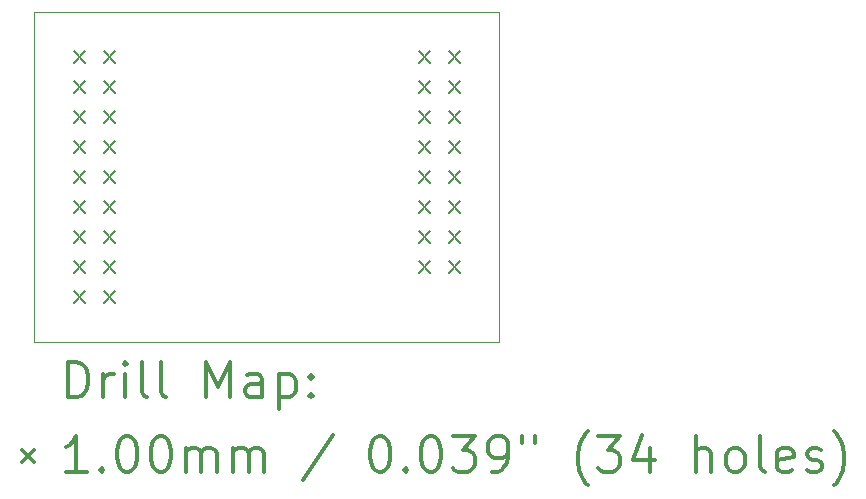
<source format=gbr>
%FSLAX45Y45*%
G04 Gerber Fmt 4.5, Leading zero omitted, Abs format (unit mm)*
G04 Created by KiCad (PCBNEW (5.1.9-0-10_14)) date 2021-05-15 14:26:18*
%MOMM*%
%LPD*%
G01*
G04 APERTURE LIST*
%TA.AperFunction,Profile*%
%ADD10C,0.038100*%
%TD*%
%ADD11C,0.200000*%
%ADD12C,0.300000*%
G04 APERTURE END LIST*
D10*
X-2540000Y-381000D02*
X-2540000Y2413000D01*
X1397000Y-381000D02*
X-2540000Y-381000D01*
X1397000Y2413000D02*
X1397000Y-381000D01*
X-2540000Y2413000D02*
X1397000Y2413000D01*
D11*
X-2209000Y2082000D02*
X-2109000Y1982000D01*
X-2109000Y2082000D02*
X-2209000Y1982000D01*
X-2209000Y1828000D02*
X-2109000Y1728000D01*
X-2109000Y1828000D02*
X-2209000Y1728000D01*
X-2209000Y1574000D02*
X-2109000Y1474000D01*
X-2109000Y1574000D02*
X-2209000Y1474000D01*
X-2209000Y1320000D02*
X-2109000Y1220000D01*
X-2109000Y1320000D02*
X-2209000Y1220000D01*
X-2209000Y1066000D02*
X-2109000Y966000D01*
X-2109000Y1066000D02*
X-2209000Y966000D01*
X-2209000Y812000D02*
X-2109000Y712000D01*
X-2109000Y812000D02*
X-2209000Y712000D01*
X-2209000Y558000D02*
X-2109000Y458000D01*
X-2109000Y558000D02*
X-2209000Y458000D01*
X-2209000Y304000D02*
X-2109000Y204000D01*
X-2109000Y304000D02*
X-2209000Y204000D01*
X-2209000Y50000D02*
X-2109000Y-50000D01*
X-2109000Y50000D02*
X-2209000Y-50000D01*
X-1955000Y2082000D02*
X-1855000Y1982000D01*
X-1855000Y2082000D02*
X-1955000Y1982000D01*
X-1955000Y1828000D02*
X-1855000Y1728000D01*
X-1855000Y1828000D02*
X-1955000Y1728000D01*
X-1955000Y1574000D02*
X-1855000Y1474000D01*
X-1855000Y1574000D02*
X-1955000Y1474000D01*
X-1955000Y1320000D02*
X-1855000Y1220000D01*
X-1855000Y1320000D02*
X-1955000Y1220000D01*
X-1955000Y1066000D02*
X-1855000Y966000D01*
X-1855000Y1066000D02*
X-1955000Y966000D01*
X-1955000Y812000D02*
X-1855000Y712000D01*
X-1855000Y812000D02*
X-1955000Y712000D01*
X-1955000Y558000D02*
X-1855000Y458000D01*
X-1855000Y558000D02*
X-1955000Y458000D01*
X-1955000Y304000D02*
X-1855000Y204000D01*
X-1855000Y304000D02*
X-1955000Y204000D01*
X-1955000Y50000D02*
X-1855000Y-50000D01*
X-1855000Y50000D02*
X-1955000Y-50000D01*
X712000Y2082000D02*
X812000Y1982000D01*
X812000Y2082000D02*
X712000Y1982000D01*
X712000Y1828000D02*
X812000Y1728000D01*
X812000Y1828000D02*
X712000Y1728000D01*
X712000Y1574000D02*
X812000Y1474000D01*
X812000Y1574000D02*
X712000Y1474000D01*
X712000Y1320000D02*
X812000Y1220000D01*
X812000Y1320000D02*
X712000Y1220000D01*
X712000Y1066000D02*
X812000Y966000D01*
X812000Y1066000D02*
X712000Y966000D01*
X712000Y812000D02*
X812000Y712000D01*
X812000Y812000D02*
X712000Y712000D01*
X712000Y558000D02*
X812000Y458000D01*
X812000Y558000D02*
X712000Y458000D01*
X712000Y304000D02*
X812000Y204000D01*
X812000Y304000D02*
X712000Y204000D01*
X966000Y2082000D02*
X1066000Y1982000D01*
X1066000Y2082000D02*
X966000Y1982000D01*
X966000Y1828000D02*
X1066000Y1728000D01*
X1066000Y1828000D02*
X966000Y1728000D01*
X966000Y1574000D02*
X1066000Y1474000D01*
X1066000Y1574000D02*
X966000Y1474000D01*
X966000Y1320000D02*
X1066000Y1220000D01*
X1066000Y1320000D02*
X966000Y1220000D01*
X966000Y1066000D02*
X1066000Y966000D01*
X1066000Y1066000D02*
X966000Y966000D01*
X966000Y812000D02*
X1066000Y712000D01*
X1066000Y812000D02*
X966000Y712000D01*
X966000Y558000D02*
X1066000Y458000D01*
X1066000Y558000D02*
X966000Y458000D01*
X966000Y304000D02*
X1066000Y204000D01*
X1066000Y304000D02*
X966000Y204000D01*
D12*
X-2255477Y-848619D02*
X-2255477Y-548619D01*
X-2184048Y-548619D01*
X-2141191Y-562905D01*
X-2112619Y-591477D01*
X-2098334Y-620048D01*
X-2084048Y-677191D01*
X-2084048Y-720048D01*
X-2098334Y-777191D01*
X-2112619Y-805762D01*
X-2141191Y-834334D01*
X-2184048Y-848619D01*
X-2255477Y-848619D01*
X-1955476Y-848619D02*
X-1955476Y-648619D01*
X-1955476Y-705762D02*
X-1941191Y-677191D01*
X-1926905Y-662905D01*
X-1898334Y-648619D01*
X-1869762Y-648619D01*
X-1769762Y-848619D02*
X-1769762Y-648619D01*
X-1769762Y-548619D02*
X-1784048Y-562905D01*
X-1769762Y-577191D01*
X-1755476Y-562905D01*
X-1769762Y-548619D01*
X-1769762Y-577191D01*
X-1584048Y-848619D02*
X-1612619Y-834334D01*
X-1626905Y-805762D01*
X-1626905Y-548619D01*
X-1426905Y-848619D02*
X-1455476Y-834334D01*
X-1469762Y-805762D01*
X-1469762Y-548619D01*
X-1084048Y-848619D02*
X-1084048Y-548619D01*
X-984048Y-762905D01*
X-884048Y-548619D01*
X-884048Y-848619D01*
X-612619Y-848619D02*
X-612619Y-691477D01*
X-626905Y-662905D01*
X-655477Y-648619D01*
X-712619Y-648619D01*
X-741191Y-662905D01*
X-612619Y-834334D02*
X-641191Y-848619D01*
X-712619Y-848619D01*
X-741191Y-834334D01*
X-755476Y-805762D01*
X-755476Y-777191D01*
X-741191Y-748619D01*
X-712619Y-734334D01*
X-641191Y-734334D01*
X-612619Y-720048D01*
X-469762Y-648619D02*
X-469762Y-948619D01*
X-469762Y-662905D02*
X-441191Y-648619D01*
X-384048Y-648619D01*
X-355476Y-662905D01*
X-341191Y-677191D01*
X-326905Y-705762D01*
X-326905Y-791476D01*
X-341191Y-820048D01*
X-355476Y-834334D01*
X-384048Y-848619D01*
X-441191Y-848619D01*
X-469762Y-834334D01*
X-198334Y-820048D02*
X-184048Y-834334D01*
X-198334Y-848619D01*
X-212619Y-834334D01*
X-198334Y-820048D01*
X-198334Y-848619D01*
X-198334Y-662905D02*
X-184048Y-677191D01*
X-198334Y-691477D01*
X-212619Y-677191D01*
X-198334Y-662905D01*
X-198334Y-691477D01*
X-2641905Y-1292905D02*
X-2541905Y-1392905D01*
X-2541905Y-1292905D02*
X-2641905Y-1392905D01*
X-2098334Y-1478619D02*
X-2269762Y-1478619D01*
X-2184048Y-1478619D02*
X-2184048Y-1178619D01*
X-2212619Y-1221477D01*
X-2241191Y-1250048D01*
X-2269762Y-1264334D01*
X-1969762Y-1450048D02*
X-1955476Y-1464334D01*
X-1969762Y-1478619D01*
X-1984048Y-1464334D01*
X-1969762Y-1450048D01*
X-1969762Y-1478619D01*
X-1769762Y-1178619D02*
X-1741191Y-1178619D01*
X-1712619Y-1192905D01*
X-1698334Y-1207191D01*
X-1684048Y-1235762D01*
X-1669762Y-1292905D01*
X-1669762Y-1364334D01*
X-1684048Y-1421476D01*
X-1698334Y-1450048D01*
X-1712619Y-1464334D01*
X-1741191Y-1478619D01*
X-1769762Y-1478619D01*
X-1798334Y-1464334D01*
X-1812619Y-1450048D01*
X-1826905Y-1421476D01*
X-1841191Y-1364334D01*
X-1841191Y-1292905D01*
X-1826905Y-1235762D01*
X-1812619Y-1207191D01*
X-1798334Y-1192905D01*
X-1769762Y-1178619D01*
X-1484048Y-1178619D02*
X-1455476Y-1178619D01*
X-1426905Y-1192905D01*
X-1412619Y-1207191D01*
X-1398334Y-1235762D01*
X-1384048Y-1292905D01*
X-1384048Y-1364334D01*
X-1398334Y-1421476D01*
X-1412619Y-1450048D01*
X-1426905Y-1464334D01*
X-1455476Y-1478619D01*
X-1484048Y-1478619D01*
X-1512619Y-1464334D01*
X-1526905Y-1450048D01*
X-1541191Y-1421476D01*
X-1555476Y-1364334D01*
X-1555476Y-1292905D01*
X-1541191Y-1235762D01*
X-1526905Y-1207191D01*
X-1512619Y-1192905D01*
X-1484048Y-1178619D01*
X-1255477Y-1478619D02*
X-1255477Y-1278619D01*
X-1255477Y-1307191D02*
X-1241191Y-1292905D01*
X-1212619Y-1278619D01*
X-1169762Y-1278619D01*
X-1141191Y-1292905D01*
X-1126905Y-1321477D01*
X-1126905Y-1478619D01*
X-1126905Y-1321477D02*
X-1112619Y-1292905D01*
X-1084048Y-1278619D01*
X-1041191Y-1278619D01*
X-1012619Y-1292905D01*
X-998334Y-1321477D01*
X-998334Y-1478619D01*
X-855476Y-1478619D02*
X-855476Y-1278619D01*
X-855476Y-1307191D02*
X-841191Y-1292905D01*
X-812619Y-1278619D01*
X-769762Y-1278619D01*
X-741191Y-1292905D01*
X-726905Y-1321477D01*
X-726905Y-1478619D01*
X-726905Y-1321477D02*
X-712619Y-1292905D01*
X-684048Y-1278619D01*
X-641191Y-1278619D01*
X-612619Y-1292905D01*
X-598334Y-1321477D01*
X-598334Y-1478619D01*
X-12619Y-1164334D02*
X-269762Y-1550048D01*
X373095Y-1178619D02*
X401666Y-1178619D01*
X430238Y-1192905D01*
X444523Y-1207191D01*
X458809Y-1235762D01*
X473095Y-1292905D01*
X473095Y-1364334D01*
X458809Y-1421476D01*
X444523Y-1450048D01*
X430238Y-1464334D01*
X401666Y-1478619D01*
X373095Y-1478619D01*
X344523Y-1464334D01*
X330238Y-1450048D01*
X315952Y-1421476D01*
X301666Y-1364334D01*
X301666Y-1292905D01*
X315952Y-1235762D01*
X330238Y-1207191D01*
X344523Y-1192905D01*
X373095Y-1178619D01*
X601666Y-1450048D02*
X615952Y-1464334D01*
X601666Y-1478619D01*
X587381Y-1464334D01*
X601666Y-1450048D01*
X601666Y-1478619D01*
X801666Y-1178619D02*
X830238Y-1178619D01*
X858809Y-1192905D01*
X873095Y-1207191D01*
X887381Y-1235762D01*
X901666Y-1292905D01*
X901666Y-1364334D01*
X887381Y-1421476D01*
X873095Y-1450048D01*
X858809Y-1464334D01*
X830238Y-1478619D01*
X801666Y-1478619D01*
X773095Y-1464334D01*
X758809Y-1450048D01*
X744523Y-1421476D01*
X730238Y-1364334D01*
X730238Y-1292905D01*
X744523Y-1235762D01*
X758809Y-1207191D01*
X773095Y-1192905D01*
X801666Y-1178619D01*
X1001666Y-1178619D02*
X1187381Y-1178619D01*
X1087381Y-1292905D01*
X1130238Y-1292905D01*
X1158809Y-1307191D01*
X1173095Y-1321477D01*
X1187381Y-1350048D01*
X1187381Y-1421476D01*
X1173095Y-1450048D01*
X1158809Y-1464334D01*
X1130238Y-1478619D01*
X1044523Y-1478619D01*
X1015952Y-1464334D01*
X1001666Y-1450048D01*
X1330238Y-1478619D02*
X1387381Y-1478619D01*
X1415952Y-1464334D01*
X1430238Y-1450048D01*
X1458809Y-1407191D01*
X1473095Y-1350048D01*
X1473095Y-1235762D01*
X1458809Y-1207191D01*
X1444523Y-1192905D01*
X1415952Y-1178619D01*
X1358809Y-1178619D01*
X1330238Y-1192905D01*
X1315952Y-1207191D01*
X1301666Y-1235762D01*
X1301666Y-1307191D01*
X1315952Y-1335762D01*
X1330238Y-1350048D01*
X1358809Y-1364334D01*
X1415952Y-1364334D01*
X1444523Y-1350048D01*
X1458809Y-1335762D01*
X1473095Y-1307191D01*
X1587381Y-1178619D02*
X1587381Y-1235762D01*
X1701666Y-1178619D02*
X1701666Y-1235762D01*
X2144523Y-1592905D02*
X2130238Y-1578619D01*
X2101666Y-1535762D01*
X2087381Y-1507191D01*
X2073095Y-1464334D01*
X2058809Y-1392905D01*
X2058809Y-1335762D01*
X2073095Y-1264334D01*
X2087381Y-1221477D01*
X2101666Y-1192905D01*
X2130238Y-1150048D01*
X2144523Y-1135762D01*
X2230238Y-1178619D02*
X2415952Y-1178619D01*
X2315952Y-1292905D01*
X2358809Y-1292905D01*
X2387381Y-1307191D01*
X2401666Y-1321477D01*
X2415952Y-1350048D01*
X2415952Y-1421476D01*
X2401666Y-1450048D01*
X2387381Y-1464334D01*
X2358809Y-1478619D01*
X2273095Y-1478619D01*
X2244523Y-1464334D01*
X2230238Y-1450048D01*
X2673095Y-1278619D02*
X2673095Y-1478619D01*
X2601666Y-1164334D02*
X2530238Y-1378619D01*
X2715952Y-1378619D01*
X3058809Y-1478619D02*
X3058809Y-1178619D01*
X3187381Y-1478619D02*
X3187381Y-1321477D01*
X3173095Y-1292905D01*
X3144523Y-1278619D01*
X3101666Y-1278619D01*
X3073095Y-1292905D01*
X3058809Y-1307191D01*
X3373095Y-1478619D02*
X3344523Y-1464334D01*
X3330238Y-1450048D01*
X3315952Y-1421476D01*
X3315952Y-1335762D01*
X3330238Y-1307191D01*
X3344523Y-1292905D01*
X3373095Y-1278619D01*
X3415952Y-1278619D01*
X3444523Y-1292905D01*
X3458809Y-1307191D01*
X3473095Y-1335762D01*
X3473095Y-1421476D01*
X3458809Y-1450048D01*
X3444523Y-1464334D01*
X3415952Y-1478619D01*
X3373095Y-1478619D01*
X3644523Y-1478619D02*
X3615952Y-1464334D01*
X3601666Y-1435762D01*
X3601666Y-1178619D01*
X3873095Y-1464334D02*
X3844523Y-1478619D01*
X3787381Y-1478619D01*
X3758809Y-1464334D01*
X3744523Y-1435762D01*
X3744523Y-1321477D01*
X3758809Y-1292905D01*
X3787381Y-1278619D01*
X3844523Y-1278619D01*
X3873095Y-1292905D01*
X3887381Y-1321477D01*
X3887381Y-1350048D01*
X3744523Y-1378619D01*
X4001666Y-1464334D02*
X4030238Y-1478619D01*
X4087381Y-1478619D01*
X4115952Y-1464334D01*
X4130238Y-1435762D01*
X4130238Y-1421476D01*
X4115952Y-1392905D01*
X4087381Y-1378619D01*
X4044523Y-1378619D01*
X4015952Y-1364334D01*
X4001666Y-1335762D01*
X4001666Y-1321477D01*
X4015952Y-1292905D01*
X4044523Y-1278619D01*
X4087381Y-1278619D01*
X4115952Y-1292905D01*
X4230238Y-1592905D02*
X4244523Y-1578619D01*
X4273095Y-1535762D01*
X4287381Y-1507191D01*
X4301666Y-1464334D01*
X4315952Y-1392905D01*
X4315952Y-1335762D01*
X4301666Y-1264334D01*
X4287381Y-1221477D01*
X4273095Y-1192905D01*
X4244523Y-1150048D01*
X4230238Y-1135762D01*
M02*

</source>
